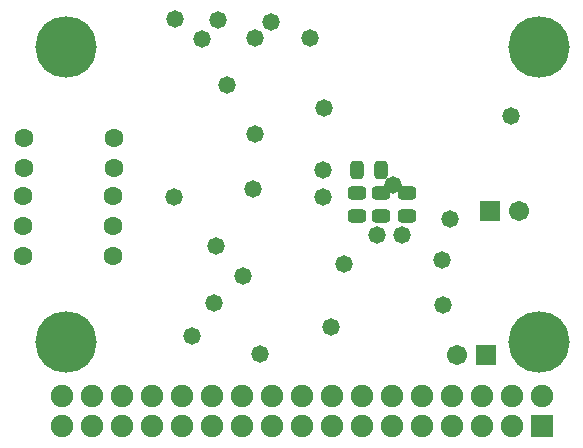
<source format=gbs>
G04*
G04 #@! TF.GenerationSoftware,Altium Limited,Altium Designer,21.2.2 (38)*
G04*
G04 Layer_Color=16711935*
%FSLAX44Y44*%
%MOMM*%
G71*
G04*
G04 #@! TF.SameCoordinates,0481F6AC-406D-4A55-AE23-66ADD5F6D1FA*
G04*
G04*
G04 #@! TF.FilePolarity,Negative*
G04*
G01*
G75*
G04:AMPARAMS|DCode=13|XSize=1.1532mm|YSize=1.6032mm|CornerRadius=0.3391mm|HoleSize=0mm|Usage=FLASHONLY|Rotation=270.000|XOffset=0mm|YOffset=0mm|HoleType=Round|Shape=RoundedRectangle|*
%AMROUNDEDRECTD13*
21,1,1.1532,0.9250,0,0,270.0*
21,1,0.4750,1.6032,0,0,270.0*
1,1,0.6782,-0.4625,-0.2375*
1,1,0.6782,-0.4625,0.2375*
1,1,0.6782,0.4625,0.2375*
1,1,0.6782,0.4625,-0.2375*
%
%ADD13ROUNDEDRECTD13*%
G04:AMPARAMS|DCode=14|XSize=1.1532mm|YSize=1.6032mm|CornerRadius=0.3391mm|HoleSize=0mm|Usage=FLASHONLY|Rotation=180.000|XOffset=0mm|YOffset=0mm|HoleType=Round|Shape=RoundedRectangle|*
%AMROUNDEDRECTD14*
21,1,1.1532,0.9250,0,0,180.0*
21,1,0.4750,1.6032,0,0,180.0*
1,1,0.6782,-0.2375,0.4625*
1,1,0.6782,0.2375,0.4625*
1,1,0.6782,0.2375,-0.4625*
1,1,0.6782,-0.2375,-0.4625*
%
%ADD14ROUNDEDRECTD14*%
%ADD23R,1.9032X1.9032*%
%ADD24C,1.9032*%
%ADD25C,1.7032*%
%ADD26R,1.7032X1.7032*%
%ADD27C,1.6032*%
%ADD28C,1.4732*%
%ADD29C,5.2032*%
D13*
X546278Y501721D02*
D03*
Y481721D02*
D03*
X588279D02*
D03*
Y501721D02*
D03*
X566278Y481721D02*
D03*
Y501721D02*
D03*
D14*
Y520722D02*
D03*
X546278D02*
D03*
D23*
X702600Y304000D02*
D03*
D24*
Y329400D02*
D03*
X677200Y304000D02*
D03*
Y329400D02*
D03*
X651800Y304000D02*
D03*
Y329400D02*
D03*
X626400D02*
D03*
Y304000D02*
D03*
X601000Y329400D02*
D03*
Y304000D02*
D03*
X499400D02*
D03*
Y329400D02*
D03*
X524800Y304000D02*
D03*
Y329400D02*
D03*
X550200D02*
D03*
Y304000D02*
D03*
X575600Y329400D02*
D03*
Y304000D02*
D03*
X397800D02*
D03*
Y329400D02*
D03*
X423200Y304000D02*
D03*
Y329400D02*
D03*
X448600D02*
D03*
Y304000D02*
D03*
X474000Y329400D02*
D03*
Y304000D02*
D03*
X321600D02*
D03*
Y329400D02*
D03*
X347000D02*
D03*
Y304000D02*
D03*
X372400Y329400D02*
D03*
Y304000D02*
D03*
X296200Y329400D02*
D03*
Y304000D02*
D03*
D25*
X683622Y485708D02*
D03*
X630657Y364013D02*
D03*
D26*
X658622Y485708D02*
D03*
X655657Y364013D02*
D03*
D27*
X340093Y548301D02*
D03*
Y522901D02*
D03*
X263894D02*
D03*
Y548301D02*
D03*
X340000Y498400D02*
D03*
X263800D02*
D03*
X340000Y473000D02*
D03*
X263800D02*
D03*
X339907Y447600D02*
D03*
X263706D02*
D03*
D28*
X427000Y456500D02*
D03*
X406750Y380000D02*
D03*
X449500Y431250D02*
D03*
X473500Y646500D02*
D03*
X428250Y647500D02*
D03*
X392250Y648250D02*
D03*
X517350Y497900D02*
D03*
Y521177D02*
D03*
X535000Y441072D02*
D03*
X676924Y566544D02*
D03*
X576279Y508372D02*
D03*
X625279Y479721D02*
D03*
X618638Y406362D02*
D03*
X618279Y444721D02*
D03*
X584278Y465722D02*
D03*
X562929D02*
D03*
X518350Y573000D02*
D03*
X458000Y505000D02*
D03*
X436201Y592897D02*
D03*
X506000Y633000D02*
D03*
X459900D02*
D03*
X414900Y632000D02*
D03*
X460000Y551000D02*
D03*
X391000Y498000D02*
D03*
X524000Y388000D02*
D03*
X425000Y408000D02*
D03*
X464000Y365000D02*
D03*
D29*
X700000Y625000D02*
D03*
X300000D02*
D03*
Y375000D02*
D03*
X700000Y375000D02*
D03*
M02*

</source>
